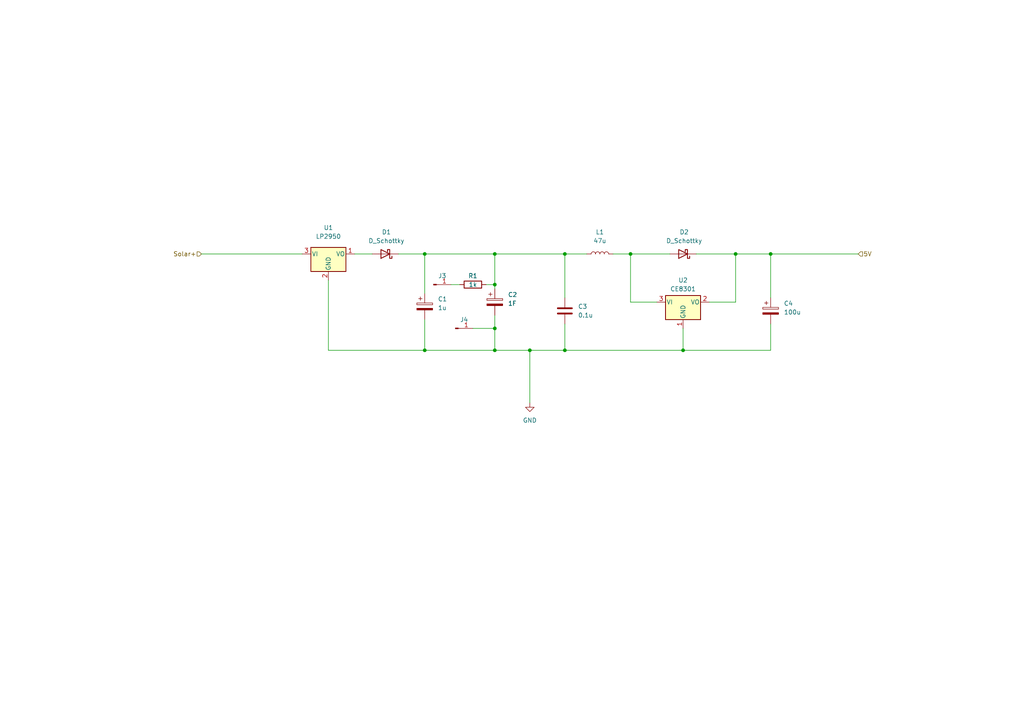
<source format=kicad_sch>
(kicad_sch (version 20211123) (generator eeschema)
  (paper "A4")
  (lib_symbols
    (symbol "Connector:Conn_01x01_Male" (pin_names (offset 1.016) hide)
      (property "Reference" "J" (at 0 2.54 0))
      (property "Value" "Conn_01x01_Male" (at 0 -2.54 0))
      (symbol "Conn_01x01_Male_1_1"
        (polyline (pts (xy 1.27 0) (xy 0.8636 0)) (stroke (width 0.1524)))
        (rectangle (start 0.8636 0.127) (end 0 -0.127) (stroke (width 0.1524)) (fill (type outline)))
        (pin passive line (at 5.08 0 180) (length 3.81) (name "Pin_1") (number "1"))
      )
    )
    (symbol "Device:C" (pin_numbers hide) (pin_names (offset 0.254))
      (property "Reference" "C" (at 0.635 2.54 0))
      (property "Value" "C" (at 0.635 -2.54 0))
      (symbol "C_0_1"
        (polyline (pts (xy -2.032 -0.762) (xy 2.032 -0.762)) (stroke (width 0.508)))
        (polyline (pts (xy -2.032 0.762) (xy 2.032 0.762)) (stroke (width 0.508)))
      )
      (symbol "C_1_1"
        (pin passive line (at 0 3.81 270) (length 2.794) (name "~") (number "1"))
        (pin passive line (at 0 -3.81 90) (length 2.794) (name "~") (number "2"))
      )
    )
    (symbol "Device:C_Polarized" (pin_numbers hide) (pin_names (offset 0.254))
      (property "Reference" "C" (at 0.635 2.54 0))
      (property "Value" "C_Polarized" (at 0.635 -2.54 0))
      (symbol "C_Polarized_0_1"
        (rectangle (start -2.286 0.508) (end 2.286 1.016))
        (polyline (pts (xy -1.778 2.286) (xy -0.762 2.286)))
        (polyline (pts (xy -1.27 2.794) (xy -1.27 1.778)))
        (rectangle (start 2.286 -0.508) (end -2.286 -1.016) (fill (type outline)))
      )
      (symbol "C_Polarized_1_1"
        (pin passive line (at 0 3.81 270) (length 2.794) (name "~") (number "1"))
        (pin passive line (at 0 -3.81 90) (length 2.794) (name "~") (number "2"))
      )
    )
    (symbol "Device:D_Schottky" (pin_numbers hide) (pin_names (offset 1.016) hide)
      (property "Reference" "D" (at 0 2.54 0))
      (property "Value" "D_Schottky" (at 0 -2.54 0))
      (symbol "D_Schottky_0_1"
        (polyline (pts (xy 1.27 0) (xy -1.27 0)))
        (polyline (pts (xy 1.27 1.27) (xy 1.27 -1.27) (xy -1.27 0) (xy 1.27 1.27)) (stroke (width 0.254)))
        (polyline (pts (xy -1.905 0.635) (xy -1.905 1.27) (xy -1.27 1.27) (xy -1.27 -1.27) (xy -0.635 -1.27) (xy -0.635 -0.635)) (stroke (width 0.254)))
      )
      (symbol "D_Schottky_1_1"
        (pin passive line (at -3.81 0 0) (length 2.54) (name "K") (number "1"))
        (pin passive line (at 3.81 0 180) (length 2.54) (name "A") (number "2"))
      )
    )
    (symbol "Device:L" (pin_numbers hide) (pin_names (offset 1.016) hide)
      (property "Reference" "L" (at -1.27 0 90))
      (property "Value" "L" (at 1.905 0 90))
      (symbol "L_0_1"
        (arc (start 0 -2.54) (mid 0.635 -1.905) (end 0 -1.27))
        (arc (start 0 -1.27) (mid 0.635 -0.635) (end 0 0))
        (arc (start 0 0) (mid 0.635 0.635) (end 0 1.27))
        (arc (start 0 1.27) (mid 0.635 1.905) (end 0 2.54))
      )
      (symbol "L_1_1"
        (pin passive line (at 0 3.81 270) (length 1.27) (name "1") (number "1"))
        (pin passive line (at 0 -3.81 90) (length 1.27) (name "2") (number "2"))
      )
    )
    (symbol "Device:R" (pin_numbers hide) (pin_names (offset 0))
      (property "Reference" "R" (at 2.032 0 90))
      (property "Value" "R" (at 0 0 90))
      (symbol "R_0_1"
        (rectangle (start -1.016 -2.54) (end 1.016 2.54) (stroke (width 0.254)))
      )
      (symbol "R_1_1"
        (pin passive line (at 0 3.81 270) (length 1.27) (name "~") (number "1"))
        (pin passive line (at 0 -3.81 90) (length 1.27) (name "~") (number "2"))
      )
    )
    (symbol "Regulator_Linear:AZ1117-5.0" (pin_names (offset 0.254))
      (property "Reference" "U" (at -3.81 3.175 0))
      (property "Value" "AZ1117-5.0" (at 0 3.175 0))
      (symbol "AZ1117-5.0_0_1"
        (rectangle (start -5.08 1.905) (end 5.08 -5.08) (stroke (width 0.254)) (fill (type background)))
      )
      (symbol "AZ1117-5.0_1_1"
        (pin power_in line (at 0 -7.62 90) (length 2.54) (name "GND") (number "1"))
        (pin power_out line (at 7.62 0 180) (length 2.54) (name "VO") (number "2"))
        (pin power_in line (at -7.62 0 0) (length 2.54) (name "VI") (number "3"))
      )
    )
    (symbol "Regulator_Linear:LP2950-5.0_TO92" (pin_names (offset 0.254))
      (property "Reference" "U" (at -3.81 3.175 0))
      (property "Value" "LP2950-5.0_TO92" (at 0 3.175 0))
      (symbol "LP2950-5.0_TO92_0_1"
        (rectangle (start -5.08 -5.08) (end 5.08 1.905) (stroke (width 0.254)) (fill (type background)))
      )
      (symbol "LP2950-5.0_TO92_1_1"
        (pin power_out line (at 7.62 0 180) (length 2.54) (name "VO") (number "1"))
        (pin power_in line (at 0 -7.62 90) (length 2.54) (name "GND") (number "2"))
        (pin power_in line (at -7.62 0 0) (length 2.54) (name "VI") (number "3"))
      )
    )
    (symbol "power:GND" (power) (pin_names (offset 0))
      (property "Value" "GND" (at 0 -3.81 0))
      (symbol "GND_0_1"
        (polyline (pts (xy 0 0) (xy 0 -1.27) (xy 1.27 -1.27) (xy 0 -2.54) (xy -1.27 -1.27) (xy 0 -1.27)))
      )
      (symbol "GND_1_1"
        (pin power_in line (at 0 0 270) (length 0) hide (name "GND") (number "1"))
      )
    )
  )
  (junction (at 223.52 73.66))
  (junction (at 123.19 73.66))
  (junction (at 182.88 73.66))
  (junction (at 143.51 82.55))
  (junction (at 143.51 73.66))
  (junction (at 163.83 73.66))
  (junction (at 198.12 101.6))
  (junction (at 143.51 95.25))
  (junction (at 213.36 73.66))
  (junction (at 163.83 101.6))
  (junction (at 153.67 101.6))
  (junction (at 123.19 101.6))
  (junction (at 143.51 101.6))
  (wire (pts (xy 223.52 93.98) (xy 223.52 101.6)))
  (wire (pts (xy 143.51 73.66) (xy 163.83 73.66)))
  (wire (pts (xy 182.88 73.66) (xy 182.88 87.63)))
  (wire (pts (xy 95.25 81.28) (xy 95.25 101.6)))
  (wire (pts (xy 213.36 73.66) (xy 223.52 73.66)))
  (wire (pts (xy 163.83 101.6) (xy 198.12 101.6)))
  (wire (pts (xy 123.19 85.09) (xy 123.19 73.66)))
  (wire (pts (xy 140.97 82.55) (xy 143.51 82.55)))
  (wire (pts (xy 107.95 73.66) (xy 102.87 73.66)))
  (wire (pts (xy 163.83 93.98) (xy 163.83 101.6)))
  (wire (pts (xy 153.67 101.6) (xy 163.83 101.6)))
  (wire (pts (xy 182.88 87.63) (xy 190.5 87.63)))
  (wire (pts (xy 130.81 82.55) (xy 133.35 82.55)))
  (wire (pts (xy 143.51 82.55) (xy 143.51 83.82)))
  (wire (pts (xy 163.83 73.66) (xy 170.18 73.66)))
  (wire (pts (xy 123.19 101.6) (xy 143.51 101.6)))
  (wire (pts (xy 223.52 73.66) (xy 248.92 73.66)))
  (wire (pts (xy 153.67 101.6) (xy 153.67 116.84)))
  (wire (pts (xy 123.19 73.66) (xy 143.51 73.66)))
  (wire (pts (xy 58.42 73.66) (xy 87.63 73.66)))
  (wire (pts (xy 95.25 101.6) (xy 123.19 101.6)))
  (wire (pts (xy 143.51 101.6) (xy 143.51 95.25)))
  (wire (pts (xy 223.52 73.66) (xy 223.52 86.36)))
  (wire (pts (xy 198.12 101.6) (xy 223.52 101.6)))
  (wire (pts (xy 198.12 95.25) (xy 198.12 101.6)))
  (wire (pts (xy 137.16 95.25) (xy 143.51 95.25)))
  (wire (pts (xy 205.74 87.63) (xy 213.36 87.63)))
  (wire (pts (xy 143.51 95.25) (xy 143.51 91.44)))
  (wire (pts (xy 177.8 73.66) (xy 182.88 73.66)))
  (wire (pts (xy 213.36 87.63) (xy 213.36 73.66)))
  (wire (pts (xy 143.51 73.66) (xy 143.51 82.55)))
  (wire (pts (xy 163.83 73.66) (xy 163.83 86.36)))
  (wire (pts (xy 123.19 92.71) (xy 123.19 101.6)))
  (wire (pts (xy 201.93 73.66) (xy 213.36 73.66)))
  (wire (pts (xy 182.88 73.66) (xy 194.31 73.66)))
  (wire (pts (xy 143.51 101.6) (xy 153.67 101.6)))
  (wire (pts (xy 123.19 73.66) (xy 115.57 73.66)))
  (hierarchical_label "5V" (shape input) (at 248.92 73.66 0))
  (hierarchical_label "Solar+" (shape input) (at 58.42 73.66 180))
  (symbol (lib_id "Device:C_Polarized") (at 143.51 87.63 0) (unit 1)
    (property "Reference" "C2" (at 147.32 85.4709 0) (effects (justify left)))
    (property "Value" "1F" (at 147.32 88.0109 0) (effects (justify left)))
    (property "Footprint" "footprints:CAP_DB-5R5D155T" (effects hide))
    (property "Datasheet" "https://www.gme.cz/data/attachments/dsh.127-285.1.pdf" (effects hide))
  )
  (symbol (lib_id "Regulator_Linear:AZ1117-5.0") (at 198.12 87.63 0) (unit 1)
    (property "Reference" "U2" (at 198.12 81.28 0))
    (property "Value" "CE8301" (at 198.12 83.82 0))
    (property "Footprint" "Package_TO_SOT_SMD:SOT-89-3_Handsoldering" (effects hide))
    (property "Datasheet" "https://www.diodes.com/assets/Datasheets/AZ1117.pdf" (effects hide))
  )
  (symbol (lib_id "Device:D_Schottky") (at 111.76 73.66 180) (unit 1)
    (property "Reference" "D1" (at 112.0775 67.31 0))
    (property "Value" "D_Schottky" (at 112.0775 69.85 0))
    (property "Footprint" "Diode_THT:D_DO-35_SOD27_P10.16mm_Horizontal" (effects hide))
  )
  (symbol (lib_id "Device:R") (at 137.16 82.55 90) (unit 1)
    (property "Reference" "R1" (at 137.16 80.01 90))
    (property "Value" "1k" (at 137.16 82.55 90))
    (property "Footprint" "Resistor_THT:R_Axial_DIN0207_L6.3mm_D2.5mm_P10.16mm_Horizontal" (effects hide))
  )
  (symbol (lib_id "Connector:Conn_01x01_Male") (at 132.08 95.25 0) (unit 1)
    (property "Reference" "J4" (at 134.62 92.71 0))
    (property "Value" "Conn_01x01_Male" (effects hide))
    (property "Footprint" "Connector_PinHeader_2.54mm:PinHeader_1x01_P2.54mm_Vertical" (effects hide))
  )
  (symbol (lib_id "power:GND") (at 153.67 116.84 0) (unit 1)
    (property "Reference" "#PWR02" (effects hide))
    (property "Value" "GND" (at 153.67 121.92 0))
  )
  (symbol (lib_id "Device:C_Polarized") (at 123.19 88.9 0) (unit 1)
    (property "Reference" "C1" (at 127 86.7409 0) (effects (justify left)))
    (property "Value" "1u" (at 127 89.2809 0) (effects (justify left)))
    (property "Footprint" "Capacitor_THT:CP_Radial_D5.0mm_P2.00mm" (effects hide))
  )
  (symbol (lib_id "Device:L") (at 173.99 73.66 90) (unit 1)
    (property "Reference" "L1" (at 173.99 67.31 90))
    (property "Value" "47u" (at 173.99 69.85 90))
    (property "Footprint" "Inductor_THT:L_Axial_L9.5mm_D4.0mm_P12.70mm_Horizontal_Fastron_SMCC" (effects hide))
  )
  (symbol (lib_id "Device:D_Schottky") (at 198.12 73.66 180) (unit 1)
    (property "Reference" "D2" (at 198.4375 67.31 0))
    (property "Value" "D_Schottky" (at 198.4375 69.85 0))
    (property "Footprint" "Diode_THT:D_DO-35_SOD27_P10.16mm_Horizontal" (effects hide))
  )
  (symbol (lib_id "Regulator_Linear:LP2950-5.0_TO92") (at 95.25 73.66 0) (unit 1)
    (property "Reference" "U1" (at 95.25 66.04 0))
    (property "Value" "LP2950" (at 95.25 68.58 0))
    (property "Footprint" "Package_TO_SOT_THT:TO-92_Inline" (effects hide))
    (property "Datasheet" "http://www.ti.com/lit/ds/symlink/lp2951.pdf" (effects hide))
  )
  (symbol (lib_id "Device:C") (at 163.83 90.17 0) (unit 1)
    (property "Reference" "C3" (at 167.64 88.8999 0) (effects (justify left)))
    (property "Value" "0.1u" (at 167.64 91.4399 0) (effects (justify left)))
    (property "Footprint" "Capacitor_THT:C_Rect_L7.0mm_W2.0mm_P5.00mm" (effects hide))
  )
  (symbol (lib_id "Connector:Conn_01x01_Male") (at 125.73 82.55 0) (unit 1)
    (property "Reference" "J3" (at 128.27 80.01 0))
    (property "Value" "Conn_01x01_Male" (effects hide))
    (property "Footprint" "Connector_PinHeader_2.54mm:PinHeader_1x01_P2.54mm_Vertical" (effects hide))
  )
  (symbol (lib_id "Device:C_Polarized") (at 223.52 90.17 0) (unit 1)
    (property "Reference" "C4" (at 227.33 88.0109 0) (effects (justify left)))
    (property "Value" "100u" (at 227.33 90.5509 0) (effects (justify left)))
    (property "Footprint" "Capacitor_THT:CP_Radial_D6.3mm_P2.50mm" (effects hide))
  )
)
</source>
